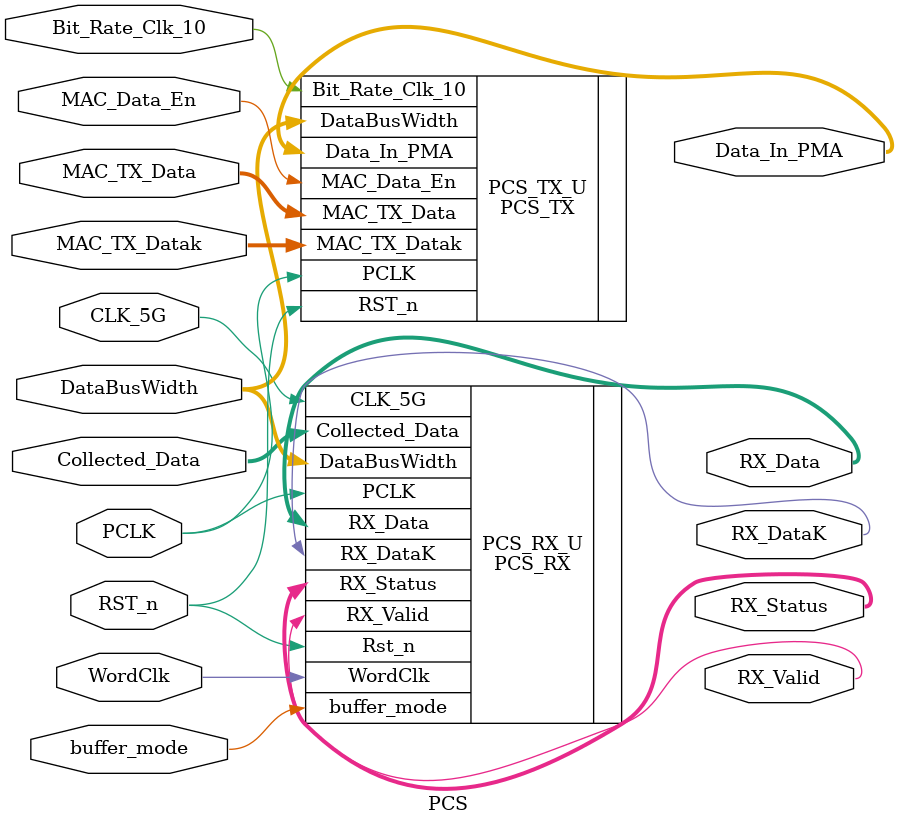
<source format=v>
module PCS
(
 ///////// CLOCKS   /////////////	
 input                PCLK                      ,
 input                RST_n                     ,
 input                Bit_Rate_Clk_10           ,
 input   [5  : 0 ]    DataBusWidth              ,
 ///////// DATA     ////////////
 input   [31 : 0 ]    MAC_TX_Data               ,
 input   [3  : 0 ]    MAC_TX_Datak              ,
 input                MAC_Data_En               ,
 input 				  buffer_mode				,   
 //input 				  K285						,
 input 				  WordClk					,
 input      		  CLK_5G					,
 input 	 [9:0]	      Collected_Data			,

 // input                Loopback_Path          ,
 // ///////// CONTROL  //////////               
 // input                TxElecIdle             ,
 // input                TxDetectRx_Loopback    ,
 // input                Tx_Compilance          ,
 ////////  OUTPUTS  //////////
 output  [9  : 0 ]    Data_In_PMA   ,

 output 		[31:0]		RX_Data 		,
 output 					RX_DataK		,
 output 		[2:0] 		RX_Status		,
 output  					RX_Valid		
);



PCS_TX   PCS_TX_U
(

 .PCLK                 (PCLK)                    , 
 .RST_n                (RST_n)                   ,
 .Bit_Rate_Clk_10      (Bit_Rate_Clk_10)         ,
 .DataBusWidth         (DataBusWidth)            ,
 .MAC_TX_Data          (MAC_TX_Data)             ,
 .MAC_TX_Datak         (MAC_TX_Datak)            ,
 .MAC_Data_En          (MAC_Data_En)             ,            
 // .Loopback_Path        (Loopback_Path)           , 
 // .TxElecIdle           (TxElecIdle)              ,
 // .TxDetectRx_Loopback  (TxDetectRx_Loopback)     ,
 // .Tx_Compilance        (Tx_Compilance)           ,
 .Data_In_PMA          (Data_In_PMA)   

 );


PCS_RX PCS_RX_U
(
	.PCLK          (PCLK),
	.DataBusWidth  (DataBusWidth),
	.Rst_n         (RST_n),
	//.K285          (K285),	// from pma
	.CLK_5G        (CLK_5G),//  in port
	.buffer_mode   (buffer_mode), // in port
	.Collected_Data(Collected_Data), //from PMA
	.WordClk       (WordClk),	// 
	.RX_Data       (RX_Data),
	.RX_DataK      (RX_DataK),
	.RX_Status     (RX_Status),
	.RX_Valid      (RX_Valid)
	);

endmodule

</source>
